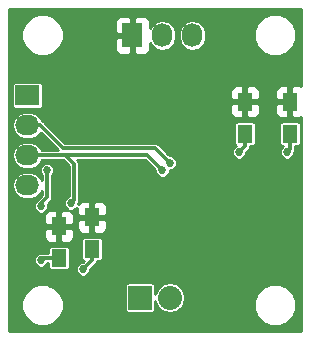
<source format=gbl>
G04 #@! TF.FileFunction,Copper,L2,Bot,Signal*
%FSLAX46Y46*%
G04 Gerber Fmt 4.6, Leading zero omitted, Abs format (unit mm)*
G04 Created by KiCad (PCBNEW 0.201509151501+6198~30~ubuntu14.04.1-product) date Sun 04 Oct 2015 11:46:26 PM EDT*
%MOMM*%
G01*
G04 APERTURE LIST*
%ADD10C,0.100000*%
%ADD11C,0.685800*%
%ADD12R,2.032000X1.727200*%
%ADD13O,2.032000X1.727200*%
%ADD14R,2.032000X2.032000*%
%ADD15O,2.032000X2.032000*%
%ADD16R,1.300000X1.500000*%
%ADD17R,1.727200X2.032000*%
%ADD18O,1.727200X2.032000*%
%ADD19C,0.304800*%
%ADD20C,0.254000*%
G04 APERTURE END LIST*
D10*
D11*
X160147000Y-132461000D03*
X158877000Y-132461000D03*
X157607000Y-132461000D03*
X160147000Y-131191000D03*
X158877000Y-131191000D03*
X157607000Y-131191000D03*
X160147000Y-129921000D03*
X158877000Y-129921000D03*
X157607000Y-129921000D03*
X160147000Y-128651000D03*
X158877000Y-128651000D03*
X157607000Y-128651000D03*
X176149000Y-118745000D03*
X173609000Y-118745000D03*
X167132000Y-127381000D03*
X167132000Y-131064000D03*
X161290000Y-126111000D03*
X171069000Y-131064000D03*
X169799000Y-131064000D03*
X168529000Y-131064000D03*
X174879000Y-118745000D03*
X167132000Y-125984000D03*
X167132000Y-128524000D03*
X167132000Y-129794000D03*
X161290000Y-127254000D03*
X171069000Y-129794000D03*
X169799000Y-129794000D03*
X168529000Y-129794000D03*
X173609000Y-120015000D03*
X162433000Y-127254000D03*
X161290000Y-124968000D03*
X162433000Y-126111000D03*
X162433000Y-124968000D03*
X171069000Y-128524000D03*
X169799000Y-128524000D03*
X168529000Y-128524000D03*
X174879000Y-120015000D03*
X176149000Y-127254000D03*
X174879000Y-127254000D03*
X173609000Y-127254000D03*
X172339000Y-127254000D03*
X171069000Y-127254000D03*
X169799000Y-127254000D03*
X168529000Y-127254000D03*
X176149000Y-120015000D03*
X176149000Y-125984000D03*
X174879000Y-125984000D03*
X173609000Y-125984000D03*
X172339000Y-125984000D03*
X171069000Y-125984000D03*
X169799000Y-125984000D03*
X168529000Y-125984000D03*
X176149000Y-121158000D03*
X176149000Y-124714000D03*
X174879000Y-124714000D03*
X173609000Y-124714000D03*
X172339000Y-124714000D03*
X171069000Y-124714000D03*
X169799000Y-124714000D03*
X168529000Y-124714000D03*
X174879000Y-121031000D03*
X176149000Y-123444000D03*
X174879000Y-123444000D03*
X173609000Y-123444000D03*
X172339000Y-123444000D03*
X171069000Y-123444000D03*
X169799000Y-123444000D03*
X168529000Y-123444000D03*
X173609000Y-121031000D03*
X176149000Y-122174000D03*
X174879000Y-122174000D03*
X173609000Y-122174000D03*
X172339000Y-122174000D03*
X171069000Y-122174000D03*
X169799000Y-122174000D03*
X168529000Y-122174000D03*
X163957000Y-113030000D03*
X161290000Y-115570000D03*
X160020000Y-115570000D03*
X158750000Y-115570000D03*
X157480000Y-115570000D03*
X163957000Y-114046000D03*
X161290000Y-114300000D03*
X160020000Y-114300000D03*
X158750000Y-114300000D03*
X157480000Y-114300000D03*
X162560000Y-113030000D03*
X161290000Y-113030000D03*
X160020000Y-113030000D03*
X158750000Y-113030000D03*
X157480000Y-113030000D03*
X162560000Y-111760000D03*
X161290000Y-111760000D03*
X160020000Y-111760000D03*
X158750000Y-111760000D03*
X157480000Y-111760000D03*
X162560000Y-110490000D03*
X161290000Y-110490000D03*
X160020000Y-110490000D03*
X158750000Y-110490000D03*
D12*
X153289000Y-112776000D03*
D13*
X153289000Y-115316000D03*
X153289000Y-117856000D03*
X153289000Y-120396000D03*
D14*
X162814000Y-129921000D03*
D15*
X165354000Y-129921000D03*
D16*
X175514000Y-113331000D03*
X175514000Y-116031000D03*
X171704000Y-113331000D03*
X171704000Y-116031000D03*
X158750000Y-123110000D03*
X158750000Y-125810000D03*
X155956000Y-123872000D03*
X155956000Y-126572000D03*
D17*
X162179000Y-107696000D03*
D18*
X164719000Y-107696000D03*
X167259000Y-107696000D03*
D11*
X157480000Y-110490000D03*
X154432000Y-122174000D03*
X154940000Y-119126000D03*
X165354000Y-118491000D03*
X156972000Y-121920000D03*
X164719000Y-119126000D03*
X175260000Y-117602000D03*
X171196000Y-117602000D03*
X157988000Y-127508000D03*
X154432000Y-126746000D03*
D19*
X154432000Y-121920000D02*
X154432000Y-122174000D01*
X154940000Y-121412000D02*
X154432000Y-121920000D01*
X154940000Y-119126000D02*
X154940000Y-121412000D01*
X153289000Y-115316000D02*
X154381202Y-115316000D01*
X164084000Y-117221000D02*
X165354000Y-118491000D01*
X156286202Y-117221000D02*
X164084000Y-117221000D01*
X154381202Y-115316000D02*
X156286202Y-117221000D01*
X156464000Y-117856000D02*
X157226000Y-118618000D01*
X157226000Y-121666000D02*
X156972000Y-121920000D01*
X157226000Y-118618000D02*
X157226000Y-121666000D01*
X153289000Y-117856000D02*
X156464000Y-117856000D01*
X156464000Y-117856000D02*
X163449000Y-117856000D01*
X163449000Y-117856000D02*
X164719000Y-119126000D01*
X175514000Y-117348000D02*
X175514000Y-116031000D01*
X175260000Y-117602000D02*
X175514000Y-117348000D01*
X171704000Y-117094000D02*
X171704000Y-116031000D01*
X171196000Y-117602000D02*
X171704000Y-117094000D01*
X158750000Y-126746000D02*
X158750000Y-125810000D01*
X157988000Y-127508000D02*
X158750000Y-126746000D01*
X154606000Y-126572000D02*
X155956000Y-126572000D01*
X154432000Y-126746000D02*
X154606000Y-126572000D01*
D20*
G36*
X176454600Y-112014051D02*
X176290310Y-111946000D01*
X175799750Y-111946000D01*
X175641000Y-112104750D01*
X175641000Y-113204000D01*
X175661000Y-113204000D01*
X175661000Y-113458000D01*
X175641000Y-113458000D01*
X175641000Y-114557250D01*
X175799750Y-114716000D01*
X176290310Y-114716000D01*
X176454600Y-114647949D01*
X176454600Y-132766600D01*
X151713400Y-132766600D01*
X151713400Y-130908392D01*
X152779291Y-130908392D01*
X153049618Y-131562633D01*
X153549735Y-132063623D01*
X154203503Y-132335091D01*
X154911392Y-132335709D01*
X155565633Y-132065382D01*
X156066623Y-131565265D01*
X156338091Y-130911497D01*
X156338709Y-130203608D01*
X156068382Y-129549367D01*
X155568265Y-129048377D01*
X155222975Y-128905000D01*
X161513127Y-128905000D01*
X161513127Y-130937000D01*
X161532609Y-131040539D01*
X161593801Y-131135634D01*
X161687168Y-131199429D01*
X161798000Y-131221873D01*
X163830000Y-131221873D01*
X163933539Y-131202391D01*
X164028634Y-131141199D01*
X164092429Y-131047832D01*
X164114873Y-130937000D01*
X164114873Y-130229283D01*
X164157206Y-130442106D01*
X164438014Y-130862364D01*
X164858272Y-131143172D01*
X165354000Y-131241778D01*
X165849728Y-131143172D01*
X166201100Y-130908392D01*
X172464291Y-130908392D01*
X172734618Y-131562633D01*
X173234735Y-132063623D01*
X173888503Y-132335091D01*
X174596392Y-132335709D01*
X175250633Y-132065382D01*
X175751623Y-131565265D01*
X176023091Y-130911497D01*
X176023709Y-130203608D01*
X175753382Y-129549367D01*
X175253265Y-129048377D01*
X174599497Y-128776909D01*
X173891608Y-128776291D01*
X173237367Y-129046618D01*
X172736377Y-129546735D01*
X172464909Y-130200503D01*
X172464291Y-130908392D01*
X166201100Y-130908392D01*
X166269986Y-130862364D01*
X166550794Y-130442106D01*
X166649400Y-129946378D01*
X166649400Y-129895622D01*
X166550794Y-129399894D01*
X166269986Y-128979636D01*
X165849728Y-128698828D01*
X165354000Y-128600222D01*
X164858272Y-128698828D01*
X164438014Y-128979636D01*
X164157206Y-129399894D01*
X164114873Y-129612717D01*
X164114873Y-128905000D01*
X164095391Y-128801461D01*
X164034199Y-128706366D01*
X163940832Y-128642571D01*
X163830000Y-128620127D01*
X161798000Y-128620127D01*
X161694461Y-128639609D01*
X161599366Y-128700801D01*
X161535571Y-128794168D01*
X161513127Y-128905000D01*
X155222975Y-128905000D01*
X154914497Y-128776909D01*
X154206608Y-128776291D01*
X153552367Y-129046618D01*
X153051377Y-129546735D01*
X152779909Y-130200503D01*
X152779291Y-130908392D01*
X151713400Y-130908392D01*
X151713400Y-127631240D01*
X157365592Y-127631240D01*
X157460132Y-127860044D01*
X157635035Y-128035253D01*
X157863674Y-128130192D01*
X158111240Y-128130408D01*
X158340044Y-128035868D01*
X158515253Y-127860965D01*
X158610192Y-127632326D01*
X158610311Y-127496347D01*
X159055329Y-127051329D01*
X159148931Y-126911243D01*
X159162133Y-126844873D01*
X159400000Y-126844873D01*
X159503539Y-126825391D01*
X159598634Y-126764199D01*
X159662429Y-126670832D01*
X159684873Y-126560000D01*
X159684873Y-125060000D01*
X159665391Y-124956461D01*
X159604199Y-124861366D01*
X159510832Y-124797571D01*
X159400000Y-124775127D01*
X158100000Y-124775127D01*
X157996461Y-124794609D01*
X157901366Y-124855801D01*
X157837571Y-124949168D01*
X157815127Y-125060000D01*
X157815127Y-126560000D01*
X157834609Y-126663539D01*
X157895801Y-126758634D01*
X157989168Y-126822429D01*
X158050494Y-126834848D01*
X157999632Y-126885710D01*
X157864760Y-126885592D01*
X157635956Y-126980132D01*
X157460747Y-127155035D01*
X157365808Y-127383674D01*
X157365592Y-127631240D01*
X151713400Y-127631240D01*
X151713400Y-126869240D01*
X153809592Y-126869240D01*
X153904132Y-127098044D01*
X154079035Y-127273253D01*
X154307674Y-127368192D01*
X154555240Y-127368408D01*
X154784044Y-127273868D01*
X154959253Y-127098965D01*
X154998769Y-127003800D01*
X155021127Y-127003800D01*
X155021127Y-127322000D01*
X155040609Y-127425539D01*
X155101801Y-127520634D01*
X155195168Y-127584429D01*
X155306000Y-127606873D01*
X156606000Y-127606873D01*
X156709539Y-127587391D01*
X156804634Y-127526199D01*
X156868429Y-127432832D01*
X156890873Y-127322000D01*
X156890873Y-125822000D01*
X156871391Y-125718461D01*
X156810199Y-125623366D01*
X156716832Y-125559571D01*
X156606000Y-125537127D01*
X155306000Y-125537127D01*
X155202461Y-125556609D01*
X155107366Y-125617801D01*
X155043571Y-125711168D01*
X155021127Y-125822000D01*
X155021127Y-126140200D01*
X154606000Y-126140200D01*
X154599105Y-126141571D01*
X154556326Y-126123808D01*
X154308760Y-126123592D01*
X154079956Y-126218132D01*
X153904747Y-126393035D01*
X153809808Y-126621674D01*
X153809592Y-126869240D01*
X151713400Y-126869240D01*
X151713400Y-124157750D01*
X154671000Y-124157750D01*
X154671000Y-124748309D01*
X154767673Y-124981698D01*
X154946301Y-125160327D01*
X155179690Y-125257000D01*
X155670250Y-125257000D01*
X155829000Y-125098250D01*
X155829000Y-123999000D01*
X156083000Y-123999000D01*
X156083000Y-125098250D01*
X156241750Y-125257000D01*
X156732310Y-125257000D01*
X156965699Y-125160327D01*
X157144327Y-124981698D01*
X157241000Y-124748309D01*
X157241000Y-124157750D01*
X157082250Y-123999000D01*
X156083000Y-123999000D01*
X155829000Y-123999000D01*
X154829750Y-123999000D01*
X154671000Y-124157750D01*
X151713400Y-124157750D01*
X151713400Y-122995691D01*
X154671000Y-122995691D01*
X154671000Y-123586250D01*
X154829750Y-123745000D01*
X155829000Y-123745000D01*
X155829000Y-122645750D01*
X155670250Y-122487000D01*
X155179690Y-122487000D01*
X154946301Y-122583673D01*
X154767673Y-122762302D01*
X154671000Y-122995691D01*
X151713400Y-122995691D01*
X151713400Y-120396000D01*
X151968222Y-120396000D01*
X152055228Y-120833407D01*
X152302999Y-121204223D01*
X152673815Y-121451994D01*
X153111222Y-121539000D01*
X153466778Y-121539000D01*
X153904185Y-121451994D01*
X154275001Y-121204223D01*
X154508200Y-120855216D01*
X154508200Y-121233143D01*
X154126671Y-121614671D01*
X154115448Y-121631467D01*
X154079956Y-121646132D01*
X153904747Y-121821035D01*
X153809808Y-122049674D01*
X153809592Y-122297240D01*
X153904132Y-122526044D01*
X154079035Y-122701253D01*
X154307674Y-122796192D01*
X154555240Y-122796408D01*
X154784044Y-122701868D01*
X154959253Y-122526965D01*
X155054192Y-122298326D01*
X155054408Y-122050760D01*
X155012740Y-121949917D01*
X155245326Y-121717331D01*
X155245329Y-121717329D01*
X155338931Y-121577243D01*
X155371800Y-121412000D01*
X155371800Y-119574251D01*
X155467253Y-119478965D01*
X155562192Y-119250326D01*
X155562408Y-119002760D01*
X155467868Y-118773956D01*
X155292965Y-118598747D01*
X155064326Y-118503808D01*
X154816760Y-118503592D01*
X154587956Y-118598132D01*
X154412747Y-118773035D01*
X154317808Y-119001674D01*
X154317592Y-119249240D01*
X154412132Y-119478044D01*
X154508200Y-119574280D01*
X154508200Y-119936784D01*
X154275001Y-119587777D01*
X153904185Y-119340006D01*
X153466778Y-119253000D01*
X153111222Y-119253000D01*
X152673815Y-119340006D01*
X152302999Y-119587777D01*
X152055228Y-119958593D01*
X151968222Y-120396000D01*
X151713400Y-120396000D01*
X151713400Y-115316000D01*
X151968222Y-115316000D01*
X152055228Y-115753407D01*
X152302999Y-116124223D01*
X152673815Y-116371994D01*
X153111222Y-116459000D01*
X153466778Y-116459000D01*
X153904185Y-116371994D01*
X154275001Y-116124223D01*
X154396672Y-115942128D01*
X155878744Y-117424200D01*
X154523887Y-117424200D01*
X154522772Y-117418593D01*
X154275001Y-117047777D01*
X153904185Y-116800006D01*
X153466778Y-116713000D01*
X153111222Y-116713000D01*
X152673815Y-116800006D01*
X152302999Y-117047777D01*
X152055228Y-117418593D01*
X151968222Y-117856000D01*
X152055228Y-118293407D01*
X152302999Y-118664223D01*
X152673815Y-118911994D01*
X153111222Y-118999000D01*
X153466778Y-118999000D01*
X153904185Y-118911994D01*
X154275001Y-118664223D01*
X154522772Y-118293407D01*
X154523887Y-118287800D01*
X156285142Y-118287800D01*
X156794200Y-118796858D01*
X156794200Y-121320136D01*
X156619956Y-121392132D01*
X156444747Y-121567035D01*
X156349808Y-121795674D01*
X156349592Y-122043240D01*
X156444132Y-122272044D01*
X156619035Y-122447253D01*
X156714757Y-122487000D01*
X156241750Y-122487000D01*
X156083000Y-122645750D01*
X156083000Y-123745000D01*
X157082250Y-123745000D01*
X157241000Y-123586250D01*
X157241000Y-123395750D01*
X157465000Y-123395750D01*
X157465000Y-123986309D01*
X157561673Y-124219698D01*
X157740301Y-124398327D01*
X157973690Y-124495000D01*
X158464250Y-124495000D01*
X158623000Y-124336250D01*
X158623000Y-123237000D01*
X158877000Y-123237000D01*
X158877000Y-124336250D01*
X159035750Y-124495000D01*
X159526310Y-124495000D01*
X159759699Y-124398327D01*
X159938327Y-124219698D01*
X160035000Y-123986309D01*
X160035000Y-123395750D01*
X159876250Y-123237000D01*
X158877000Y-123237000D01*
X158623000Y-123237000D01*
X157623750Y-123237000D01*
X157465000Y-123395750D01*
X157241000Y-123395750D01*
X157241000Y-122995691D01*
X157144327Y-122762302D01*
X156965699Y-122583673D01*
X156865593Y-122542208D01*
X157095240Y-122542408D01*
X157324044Y-122447868D01*
X157465000Y-122307158D01*
X157465000Y-122824250D01*
X157623750Y-122983000D01*
X158623000Y-122983000D01*
X158623000Y-121883750D01*
X158877000Y-121883750D01*
X158877000Y-122983000D01*
X159876250Y-122983000D01*
X160035000Y-122824250D01*
X160035000Y-122233691D01*
X159938327Y-122000302D01*
X159759699Y-121821673D01*
X159526310Y-121725000D01*
X159035750Y-121725000D01*
X158877000Y-121883750D01*
X158623000Y-121883750D01*
X158464250Y-121725000D01*
X157973690Y-121725000D01*
X157740301Y-121821673D01*
X157594259Y-121967716D01*
X157594338Y-121877029D01*
X157624931Y-121831243D01*
X157657800Y-121666000D01*
X157657800Y-118618005D01*
X157657801Y-118618000D01*
X157624931Y-118452758D01*
X157624931Y-118452757D01*
X157531329Y-118312671D01*
X157506458Y-118287800D01*
X163270142Y-118287800D01*
X164096710Y-119114368D01*
X164096592Y-119249240D01*
X164191132Y-119478044D01*
X164366035Y-119653253D01*
X164594674Y-119748192D01*
X164842240Y-119748408D01*
X165071044Y-119653868D01*
X165246253Y-119478965D01*
X165341192Y-119250326D01*
X165341312Y-119113289D01*
X165477240Y-119113408D01*
X165706044Y-119018868D01*
X165881253Y-118843965D01*
X165976192Y-118615326D01*
X165976408Y-118367760D01*
X165881868Y-118138956D01*
X165706965Y-117963747D01*
X165478326Y-117868808D01*
X165342347Y-117868689D01*
X165198898Y-117725240D01*
X170573592Y-117725240D01*
X170668132Y-117954044D01*
X170843035Y-118129253D01*
X171071674Y-118224192D01*
X171319240Y-118224408D01*
X171548044Y-118129868D01*
X171723253Y-117954965D01*
X171818192Y-117726326D01*
X171818311Y-117590347D01*
X172009326Y-117399331D01*
X172009329Y-117399329D01*
X172102931Y-117259243D01*
X172135800Y-117094000D01*
X172135800Y-117065873D01*
X172354000Y-117065873D01*
X172457539Y-117046391D01*
X172552634Y-116985199D01*
X172616429Y-116891832D01*
X172638873Y-116781000D01*
X172638873Y-115281000D01*
X174579127Y-115281000D01*
X174579127Y-116781000D01*
X174598609Y-116884539D01*
X174659801Y-116979634D01*
X174753168Y-117043429D01*
X174864000Y-117065873D01*
X174927944Y-117065873D01*
X174907956Y-117074132D01*
X174732747Y-117249035D01*
X174637808Y-117477674D01*
X174637592Y-117725240D01*
X174732132Y-117954044D01*
X174907035Y-118129253D01*
X175135674Y-118224192D01*
X175383240Y-118224408D01*
X175612044Y-118129868D01*
X175787253Y-117954965D01*
X175882192Y-117726326D01*
X175882338Y-117559029D01*
X175912931Y-117513243D01*
X175945800Y-117348000D01*
X175945800Y-117065873D01*
X176164000Y-117065873D01*
X176267539Y-117046391D01*
X176362634Y-116985199D01*
X176426429Y-116891832D01*
X176448873Y-116781000D01*
X176448873Y-115281000D01*
X176429391Y-115177461D01*
X176368199Y-115082366D01*
X176274832Y-115018571D01*
X176164000Y-114996127D01*
X174864000Y-114996127D01*
X174760461Y-115015609D01*
X174665366Y-115076801D01*
X174601571Y-115170168D01*
X174579127Y-115281000D01*
X172638873Y-115281000D01*
X172619391Y-115177461D01*
X172558199Y-115082366D01*
X172464832Y-115018571D01*
X172354000Y-114996127D01*
X171054000Y-114996127D01*
X170950461Y-115015609D01*
X170855366Y-115076801D01*
X170791571Y-115170168D01*
X170769127Y-115281000D01*
X170769127Y-116781000D01*
X170788609Y-116884539D01*
X170849801Y-116979634D01*
X170933783Y-117037016D01*
X170843956Y-117074132D01*
X170668747Y-117249035D01*
X170573808Y-117477674D01*
X170573592Y-117725240D01*
X165198898Y-117725240D01*
X164389329Y-116915671D01*
X164342736Y-116884539D01*
X164249243Y-116822069D01*
X164084000Y-116789200D01*
X156465060Y-116789200D01*
X154686531Y-115010671D01*
X154664764Y-114996127D01*
X154546445Y-114917069D01*
X154529765Y-114913751D01*
X154522772Y-114878593D01*
X154275001Y-114507777D01*
X153904185Y-114260006D01*
X153466778Y-114173000D01*
X153111222Y-114173000D01*
X152673815Y-114260006D01*
X152302999Y-114507777D01*
X152055228Y-114878593D01*
X151968222Y-115316000D01*
X151713400Y-115316000D01*
X151713400Y-111912400D01*
X151988127Y-111912400D01*
X151988127Y-113639600D01*
X152007609Y-113743139D01*
X152068801Y-113838234D01*
X152162168Y-113902029D01*
X152273000Y-113924473D01*
X154305000Y-113924473D01*
X154408539Y-113904991D01*
X154503634Y-113843799D01*
X154567429Y-113750432D01*
X154589873Y-113639600D01*
X154589873Y-113616750D01*
X170419000Y-113616750D01*
X170419000Y-114207309D01*
X170515673Y-114440698D01*
X170694301Y-114619327D01*
X170927690Y-114716000D01*
X171418250Y-114716000D01*
X171577000Y-114557250D01*
X171577000Y-113458000D01*
X171831000Y-113458000D01*
X171831000Y-114557250D01*
X171989750Y-114716000D01*
X172480310Y-114716000D01*
X172713699Y-114619327D01*
X172892327Y-114440698D01*
X172989000Y-114207309D01*
X172989000Y-113616750D01*
X174229000Y-113616750D01*
X174229000Y-114207309D01*
X174325673Y-114440698D01*
X174504301Y-114619327D01*
X174737690Y-114716000D01*
X175228250Y-114716000D01*
X175387000Y-114557250D01*
X175387000Y-113458000D01*
X174387750Y-113458000D01*
X174229000Y-113616750D01*
X172989000Y-113616750D01*
X172830250Y-113458000D01*
X171831000Y-113458000D01*
X171577000Y-113458000D01*
X170577750Y-113458000D01*
X170419000Y-113616750D01*
X154589873Y-113616750D01*
X154589873Y-112454691D01*
X170419000Y-112454691D01*
X170419000Y-113045250D01*
X170577750Y-113204000D01*
X171577000Y-113204000D01*
X171577000Y-112104750D01*
X171831000Y-112104750D01*
X171831000Y-113204000D01*
X172830250Y-113204000D01*
X172989000Y-113045250D01*
X172989000Y-112454691D01*
X174229000Y-112454691D01*
X174229000Y-113045250D01*
X174387750Y-113204000D01*
X175387000Y-113204000D01*
X175387000Y-112104750D01*
X175228250Y-111946000D01*
X174737690Y-111946000D01*
X174504301Y-112042673D01*
X174325673Y-112221302D01*
X174229000Y-112454691D01*
X172989000Y-112454691D01*
X172892327Y-112221302D01*
X172713699Y-112042673D01*
X172480310Y-111946000D01*
X171989750Y-111946000D01*
X171831000Y-112104750D01*
X171577000Y-112104750D01*
X171418250Y-111946000D01*
X170927690Y-111946000D01*
X170694301Y-112042673D01*
X170515673Y-112221302D01*
X170419000Y-112454691D01*
X154589873Y-112454691D01*
X154589873Y-111912400D01*
X154570391Y-111808861D01*
X154509199Y-111713766D01*
X154415832Y-111649971D01*
X154305000Y-111627527D01*
X152273000Y-111627527D01*
X152169461Y-111647009D01*
X152074366Y-111708201D01*
X152010571Y-111801568D01*
X151988127Y-111912400D01*
X151713400Y-111912400D01*
X151713400Y-108048392D01*
X152779291Y-108048392D01*
X153049618Y-108702633D01*
X153549735Y-109203623D01*
X154203503Y-109475091D01*
X154911392Y-109475709D01*
X155565633Y-109205382D01*
X156066623Y-108705265D01*
X156338091Y-108051497D01*
X156338151Y-107981750D01*
X160680400Y-107981750D01*
X160680400Y-108838309D01*
X160777073Y-109071698D01*
X160955701Y-109250327D01*
X161189090Y-109347000D01*
X161893250Y-109347000D01*
X162052000Y-109188250D01*
X162052000Y-107823000D01*
X160839150Y-107823000D01*
X160680400Y-107981750D01*
X156338151Y-107981750D01*
X156338709Y-107343608D01*
X156068382Y-106689367D01*
X155932943Y-106553691D01*
X160680400Y-106553691D01*
X160680400Y-107410250D01*
X160839150Y-107569000D01*
X162052000Y-107569000D01*
X162052000Y-106203750D01*
X162306000Y-106203750D01*
X162306000Y-107569000D01*
X162326000Y-107569000D01*
X162326000Y-107823000D01*
X162306000Y-107823000D01*
X162306000Y-109188250D01*
X162464750Y-109347000D01*
X163168910Y-109347000D01*
X163402299Y-109250327D01*
X163580927Y-109071698D01*
X163677600Y-108838309D01*
X163677600Y-108333026D01*
X163910777Y-108682001D01*
X164281593Y-108929772D01*
X164719000Y-109016778D01*
X165156407Y-108929772D01*
X165527223Y-108682001D01*
X165774994Y-108311185D01*
X165862000Y-107873778D01*
X165862000Y-107518222D01*
X166116000Y-107518222D01*
X166116000Y-107873778D01*
X166203006Y-108311185D01*
X166450777Y-108682001D01*
X166821593Y-108929772D01*
X167259000Y-109016778D01*
X167696407Y-108929772D01*
X168067223Y-108682001D01*
X168314994Y-108311185D01*
X168367266Y-108048392D01*
X172464291Y-108048392D01*
X172734618Y-108702633D01*
X173234735Y-109203623D01*
X173888503Y-109475091D01*
X174596392Y-109475709D01*
X175250633Y-109205382D01*
X175751623Y-108705265D01*
X176023091Y-108051497D01*
X176023709Y-107343608D01*
X175753382Y-106689367D01*
X175253265Y-106188377D01*
X174599497Y-105916909D01*
X173891608Y-105916291D01*
X173237367Y-106186618D01*
X172736377Y-106686735D01*
X172464909Y-107340503D01*
X172464291Y-108048392D01*
X168367266Y-108048392D01*
X168402000Y-107873778D01*
X168402000Y-107518222D01*
X168314994Y-107080815D01*
X168067223Y-106709999D01*
X167696407Y-106462228D01*
X167259000Y-106375222D01*
X166821593Y-106462228D01*
X166450777Y-106709999D01*
X166203006Y-107080815D01*
X166116000Y-107518222D01*
X165862000Y-107518222D01*
X165774994Y-107080815D01*
X165527223Y-106709999D01*
X165156407Y-106462228D01*
X164719000Y-106375222D01*
X164281593Y-106462228D01*
X163910777Y-106709999D01*
X163677600Y-107058974D01*
X163677600Y-106553691D01*
X163580927Y-106320302D01*
X163402299Y-106141673D01*
X163168910Y-106045000D01*
X162464750Y-106045000D01*
X162306000Y-106203750D01*
X162052000Y-106203750D01*
X161893250Y-106045000D01*
X161189090Y-106045000D01*
X160955701Y-106141673D01*
X160777073Y-106320302D01*
X160680400Y-106553691D01*
X155932943Y-106553691D01*
X155568265Y-106188377D01*
X154914497Y-105916909D01*
X154206608Y-105916291D01*
X153552367Y-106186618D01*
X153051377Y-106686735D01*
X152779909Y-107340503D01*
X152779291Y-108048392D01*
X151713400Y-108048392D01*
X151713400Y-105485400D01*
X176454600Y-105485400D01*
X176454600Y-112014051D01*
X176454600Y-112014051D01*
G37*
X176454600Y-112014051D02*
X176290310Y-111946000D01*
X175799750Y-111946000D01*
X175641000Y-112104750D01*
X175641000Y-113204000D01*
X175661000Y-113204000D01*
X175661000Y-113458000D01*
X175641000Y-113458000D01*
X175641000Y-114557250D01*
X175799750Y-114716000D01*
X176290310Y-114716000D01*
X176454600Y-114647949D01*
X176454600Y-132766600D01*
X151713400Y-132766600D01*
X151713400Y-130908392D01*
X152779291Y-130908392D01*
X153049618Y-131562633D01*
X153549735Y-132063623D01*
X154203503Y-132335091D01*
X154911392Y-132335709D01*
X155565633Y-132065382D01*
X156066623Y-131565265D01*
X156338091Y-130911497D01*
X156338709Y-130203608D01*
X156068382Y-129549367D01*
X155568265Y-129048377D01*
X155222975Y-128905000D01*
X161513127Y-128905000D01*
X161513127Y-130937000D01*
X161532609Y-131040539D01*
X161593801Y-131135634D01*
X161687168Y-131199429D01*
X161798000Y-131221873D01*
X163830000Y-131221873D01*
X163933539Y-131202391D01*
X164028634Y-131141199D01*
X164092429Y-131047832D01*
X164114873Y-130937000D01*
X164114873Y-130229283D01*
X164157206Y-130442106D01*
X164438014Y-130862364D01*
X164858272Y-131143172D01*
X165354000Y-131241778D01*
X165849728Y-131143172D01*
X166201100Y-130908392D01*
X172464291Y-130908392D01*
X172734618Y-131562633D01*
X173234735Y-132063623D01*
X173888503Y-132335091D01*
X174596392Y-132335709D01*
X175250633Y-132065382D01*
X175751623Y-131565265D01*
X176023091Y-130911497D01*
X176023709Y-130203608D01*
X175753382Y-129549367D01*
X175253265Y-129048377D01*
X174599497Y-128776909D01*
X173891608Y-128776291D01*
X173237367Y-129046618D01*
X172736377Y-129546735D01*
X172464909Y-130200503D01*
X172464291Y-130908392D01*
X166201100Y-130908392D01*
X166269986Y-130862364D01*
X166550794Y-130442106D01*
X166649400Y-129946378D01*
X166649400Y-129895622D01*
X166550794Y-129399894D01*
X166269986Y-128979636D01*
X165849728Y-128698828D01*
X165354000Y-128600222D01*
X164858272Y-128698828D01*
X164438014Y-128979636D01*
X164157206Y-129399894D01*
X164114873Y-129612717D01*
X164114873Y-128905000D01*
X164095391Y-128801461D01*
X164034199Y-128706366D01*
X163940832Y-128642571D01*
X163830000Y-128620127D01*
X161798000Y-128620127D01*
X161694461Y-128639609D01*
X161599366Y-128700801D01*
X161535571Y-128794168D01*
X161513127Y-128905000D01*
X155222975Y-128905000D01*
X154914497Y-128776909D01*
X154206608Y-128776291D01*
X153552367Y-129046618D01*
X153051377Y-129546735D01*
X152779909Y-130200503D01*
X152779291Y-130908392D01*
X151713400Y-130908392D01*
X151713400Y-127631240D01*
X157365592Y-127631240D01*
X157460132Y-127860044D01*
X157635035Y-128035253D01*
X157863674Y-128130192D01*
X158111240Y-128130408D01*
X158340044Y-128035868D01*
X158515253Y-127860965D01*
X158610192Y-127632326D01*
X158610311Y-127496347D01*
X159055329Y-127051329D01*
X159148931Y-126911243D01*
X159162133Y-126844873D01*
X159400000Y-126844873D01*
X159503539Y-126825391D01*
X159598634Y-126764199D01*
X159662429Y-126670832D01*
X159684873Y-126560000D01*
X159684873Y-125060000D01*
X159665391Y-124956461D01*
X159604199Y-124861366D01*
X159510832Y-124797571D01*
X159400000Y-124775127D01*
X158100000Y-124775127D01*
X157996461Y-124794609D01*
X157901366Y-124855801D01*
X157837571Y-124949168D01*
X157815127Y-125060000D01*
X157815127Y-126560000D01*
X157834609Y-126663539D01*
X157895801Y-126758634D01*
X157989168Y-126822429D01*
X158050494Y-126834848D01*
X157999632Y-126885710D01*
X157864760Y-126885592D01*
X157635956Y-126980132D01*
X157460747Y-127155035D01*
X157365808Y-127383674D01*
X157365592Y-127631240D01*
X151713400Y-127631240D01*
X151713400Y-126869240D01*
X153809592Y-126869240D01*
X153904132Y-127098044D01*
X154079035Y-127273253D01*
X154307674Y-127368192D01*
X154555240Y-127368408D01*
X154784044Y-127273868D01*
X154959253Y-127098965D01*
X154998769Y-127003800D01*
X155021127Y-127003800D01*
X155021127Y-127322000D01*
X155040609Y-127425539D01*
X155101801Y-127520634D01*
X155195168Y-127584429D01*
X155306000Y-127606873D01*
X156606000Y-127606873D01*
X156709539Y-127587391D01*
X156804634Y-127526199D01*
X156868429Y-127432832D01*
X156890873Y-127322000D01*
X156890873Y-125822000D01*
X156871391Y-125718461D01*
X156810199Y-125623366D01*
X156716832Y-125559571D01*
X156606000Y-125537127D01*
X155306000Y-125537127D01*
X155202461Y-125556609D01*
X155107366Y-125617801D01*
X155043571Y-125711168D01*
X155021127Y-125822000D01*
X155021127Y-126140200D01*
X154606000Y-126140200D01*
X154599105Y-126141571D01*
X154556326Y-126123808D01*
X154308760Y-126123592D01*
X154079956Y-126218132D01*
X153904747Y-126393035D01*
X153809808Y-126621674D01*
X153809592Y-126869240D01*
X151713400Y-126869240D01*
X151713400Y-124157750D01*
X154671000Y-124157750D01*
X154671000Y-124748309D01*
X154767673Y-124981698D01*
X154946301Y-125160327D01*
X155179690Y-125257000D01*
X155670250Y-125257000D01*
X155829000Y-125098250D01*
X155829000Y-123999000D01*
X156083000Y-123999000D01*
X156083000Y-125098250D01*
X156241750Y-125257000D01*
X156732310Y-125257000D01*
X156965699Y-125160327D01*
X157144327Y-124981698D01*
X157241000Y-124748309D01*
X157241000Y-124157750D01*
X157082250Y-123999000D01*
X156083000Y-123999000D01*
X155829000Y-123999000D01*
X154829750Y-123999000D01*
X154671000Y-124157750D01*
X151713400Y-124157750D01*
X151713400Y-122995691D01*
X154671000Y-122995691D01*
X154671000Y-123586250D01*
X154829750Y-123745000D01*
X155829000Y-123745000D01*
X155829000Y-122645750D01*
X155670250Y-122487000D01*
X155179690Y-122487000D01*
X154946301Y-122583673D01*
X154767673Y-122762302D01*
X154671000Y-122995691D01*
X151713400Y-122995691D01*
X151713400Y-120396000D01*
X151968222Y-120396000D01*
X152055228Y-120833407D01*
X152302999Y-121204223D01*
X152673815Y-121451994D01*
X153111222Y-121539000D01*
X153466778Y-121539000D01*
X153904185Y-121451994D01*
X154275001Y-121204223D01*
X154508200Y-120855216D01*
X154508200Y-121233143D01*
X154126671Y-121614671D01*
X154115448Y-121631467D01*
X154079956Y-121646132D01*
X153904747Y-121821035D01*
X153809808Y-122049674D01*
X153809592Y-122297240D01*
X153904132Y-122526044D01*
X154079035Y-122701253D01*
X154307674Y-122796192D01*
X154555240Y-122796408D01*
X154784044Y-122701868D01*
X154959253Y-122526965D01*
X155054192Y-122298326D01*
X155054408Y-122050760D01*
X155012740Y-121949917D01*
X155245326Y-121717331D01*
X155245329Y-121717329D01*
X155338931Y-121577243D01*
X155371800Y-121412000D01*
X155371800Y-119574251D01*
X155467253Y-119478965D01*
X155562192Y-119250326D01*
X155562408Y-119002760D01*
X155467868Y-118773956D01*
X155292965Y-118598747D01*
X155064326Y-118503808D01*
X154816760Y-118503592D01*
X154587956Y-118598132D01*
X154412747Y-118773035D01*
X154317808Y-119001674D01*
X154317592Y-119249240D01*
X154412132Y-119478044D01*
X154508200Y-119574280D01*
X154508200Y-119936784D01*
X154275001Y-119587777D01*
X153904185Y-119340006D01*
X153466778Y-119253000D01*
X153111222Y-119253000D01*
X152673815Y-119340006D01*
X152302999Y-119587777D01*
X152055228Y-119958593D01*
X151968222Y-120396000D01*
X151713400Y-120396000D01*
X151713400Y-115316000D01*
X151968222Y-115316000D01*
X152055228Y-115753407D01*
X152302999Y-116124223D01*
X152673815Y-116371994D01*
X153111222Y-116459000D01*
X153466778Y-116459000D01*
X153904185Y-116371994D01*
X154275001Y-116124223D01*
X154396672Y-115942128D01*
X155878744Y-117424200D01*
X154523887Y-117424200D01*
X154522772Y-117418593D01*
X154275001Y-117047777D01*
X153904185Y-116800006D01*
X153466778Y-116713000D01*
X153111222Y-116713000D01*
X152673815Y-116800006D01*
X152302999Y-117047777D01*
X152055228Y-117418593D01*
X151968222Y-117856000D01*
X152055228Y-118293407D01*
X152302999Y-118664223D01*
X152673815Y-118911994D01*
X153111222Y-118999000D01*
X153466778Y-118999000D01*
X153904185Y-118911994D01*
X154275001Y-118664223D01*
X154522772Y-118293407D01*
X154523887Y-118287800D01*
X156285142Y-118287800D01*
X156794200Y-118796858D01*
X156794200Y-121320136D01*
X156619956Y-121392132D01*
X156444747Y-121567035D01*
X156349808Y-121795674D01*
X156349592Y-122043240D01*
X156444132Y-122272044D01*
X156619035Y-122447253D01*
X156714757Y-122487000D01*
X156241750Y-122487000D01*
X156083000Y-122645750D01*
X156083000Y-123745000D01*
X157082250Y-123745000D01*
X157241000Y-123586250D01*
X157241000Y-123395750D01*
X157465000Y-123395750D01*
X157465000Y-123986309D01*
X157561673Y-124219698D01*
X157740301Y-124398327D01*
X157973690Y-124495000D01*
X158464250Y-124495000D01*
X158623000Y-124336250D01*
X158623000Y-123237000D01*
X158877000Y-123237000D01*
X158877000Y-124336250D01*
X159035750Y-124495000D01*
X159526310Y-124495000D01*
X159759699Y-124398327D01*
X159938327Y-124219698D01*
X160035000Y-123986309D01*
X160035000Y-123395750D01*
X159876250Y-123237000D01*
X158877000Y-123237000D01*
X158623000Y-123237000D01*
X157623750Y-123237000D01*
X157465000Y-123395750D01*
X157241000Y-123395750D01*
X157241000Y-122995691D01*
X157144327Y-122762302D01*
X156965699Y-122583673D01*
X156865593Y-122542208D01*
X157095240Y-122542408D01*
X157324044Y-122447868D01*
X157465000Y-122307158D01*
X157465000Y-122824250D01*
X157623750Y-122983000D01*
X158623000Y-122983000D01*
X158623000Y-121883750D01*
X158877000Y-121883750D01*
X158877000Y-122983000D01*
X159876250Y-122983000D01*
X160035000Y-122824250D01*
X160035000Y-122233691D01*
X159938327Y-122000302D01*
X159759699Y-121821673D01*
X159526310Y-121725000D01*
X159035750Y-121725000D01*
X158877000Y-121883750D01*
X158623000Y-121883750D01*
X158464250Y-121725000D01*
X157973690Y-121725000D01*
X157740301Y-121821673D01*
X157594259Y-121967716D01*
X157594338Y-121877029D01*
X157624931Y-121831243D01*
X157657800Y-121666000D01*
X157657800Y-118618005D01*
X157657801Y-118618000D01*
X157624931Y-118452758D01*
X157624931Y-118452757D01*
X157531329Y-118312671D01*
X157506458Y-118287800D01*
X163270142Y-118287800D01*
X164096710Y-119114368D01*
X164096592Y-119249240D01*
X164191132Y-119478044D01*
X164366035Y-119653253D01*
X164594674Y-119748192D01*
X164842240Y-119748408D01*
X165071044Y-119653868D01*
X165246253Y-119478965D01*
X165341192Y-119250326D01*
X165341312Y-119113289D01*
X165477240Y-119113408D01*
X165706044Y-119018868D01*
X165881253Y-118843965D01*
X165976192Y-118615326D01*
X165976408Y-118367760D01*
X165881868Y-118138956D01*
X165706965Y-117963747D01*
X165478326Y-117868808D01*
X165342347Y-117868689D01*
X165198898Y-117725240D01*
X170573592Y-117725240D01*
X170668132Y-117954044D01*
X170843035Y-118129253D01*
X171071674Y-118224192D01*
X171319240Y-118224408D01*
X171548044Y-118129868D01*
X171723253Y-117954965D01*
X171818192Y-117726326D01*
X171818311Y-117590347D01*
X172009326Y-117399331D01*
X172009329Y-117399329D01*
X172102931Y-117259243D01*
X172135800Y-117094000D01*
X172135800Y-117065873D01*
X172354000Y-117065873D01*
X172457539Y-117046391D01*
X172552634Y-116985199D01*
X172616429Y-116891832D01*
X172638873Y-116781000D01*
X172638873Y-115281000D01*
X174579127Y-115281000D01*
X174579127Y-116781000D01*
X174598609Y-116884539D01*
X174659801Y-116979634D01*
X174753168Y-117043429D01*
X174864000Y-117065873D01*
X174927944Y-117065873D01*
X174907956Y-117074132D01*
X174732747Y-117249035D01*
X174637808Y-117477674D01*
X174637592Y-117725240D01*
X174732132Y-117954044D01*
X174907035Y-118129253D01*
X175135674Y-118224192D01*
X175383240Y-118224408D01*
X175612044Y-118129868D01*
X175787253Y-117954965D01*
X175882192Y-117726326D01*
X175882338Y-117559029D01*
X175912931Y-117513243D01*
X175945800Y-117348000D01*
X175945800Y-117065873D01*
X176164000Y-117065873D01*
X176267539Y-117046391D01*
X176362634Y-116985199D01*
X176426429Y-116891832D01*
X176448873Y-116781000D01*
X176448873Y-115281000D01*
X176429391Y-115177461D01*
X176368199Y-115082366D01*
X176274832Y-115018571D01*
X176164000Y-114996127D01*
X174864000Y-114996127D01*
X174760461Y-115015609D01*
X174665366Y-115076801D01*
X174601571Y-115170168D01*
X174579127Y-115281000D01*
X172638873Y-115281000D01*
X172619391Y-115177461D01*
X172558199Y-115082366D01*
X172464832Y-115018571D01*
X172354000Y-114996127D01*
X171054000Y-114996127D01*
X170950461Y-115015609D01*
X170855366Y-115076801D01*
X170791571Y-115170168D01*
X170769127Y-115281000D01*
X170769127Y-116781000D01*
X170788609Y-116884539D01*
X170849801Y-116979634D01*
X170933783Y-117037016D01*
X170843956Y-117074132D01*
X170668747Y-117249035D01*
X170573808Y-117477674D01*
X170573592Y-117725240D01*
X165198898Y-117725240D01*
X164389329Y-116915671D01*
X164342736Y-116884539D01*
X164249243Y-116822069D01*
X164084000Y-116789200D01*
X156465060Y-116789200D01*
X154686531Y-115010671D01*
X154664764Y-114996127D01*
X154546445Y-114917069D01*
X154529765Y-114913751D01*
X154522772Y-114878593D01*
X154275001Y-114507777D01*
X153904185Y-114260006D01*
X153466778Y-114173000D01*
X153111222Y-114173000D01*
X152673815Y-114260006D01*
X152302999Y-114507777D01*
X152055228Y-114878593D01*
X151968222Y-115316000D01*
X151713400Y-115316000D01*
X151713400Y-111912400D01*
X151988127Y-111912400D01*
X151988127Y-113639600D01*
X152007609Y-113743139D01*
X152068801Y-113838234D01*
X152162168Y-113902029D01*
X152273000Y-113924473D01*
X154305000Y-113924473D01*
X154408539Y-113904991D01*
X154503634Y-113843799D01*
X154567429Y-113750432D01*
X154589873Y-113639600D01*
X154589873Y-113616750D01*
X170419000Y-113616750D01*
X170419000Y-114207309D01*
X170515673Y-114440698D01*
X170694301Y-114619327D01*
X170927690Y-114716000D01*
X171418250Y-114716000D01*
X171577000Y-114557250D01*
X171577000Y-113458000D01*
X171831000Y-113458000D01*
X171831000Y-114557250D01*
X171989750Y-114716000D01*
X172480310Y-114716000D01*
X172713699Y-114619327D01*
X172892327Y-114440698D01*
X172989000Y-114207309D01*
X172989000Y-113616750D01*
X174229000Y-113616750D01*
X174229000Y-114207309D01*
X174325673Y-114440698D01*
X174504301Y-114619327D01*
X174737690Y-114716000D01*
X175228250Y-114716000D01*
X175387000Y-114557250D01*
X175387000Y-113458000D01*
X174387750Y-113458000D01*
X174229000Y-113616750D01*
X172989000Y-113616750D01*
X172830250Y-113458000D01*
X171831000Y-113458000D01*
X171577000Y-113458000D01*
X170577750Y-113458000D01*
X170419000Y-113616750D01*
X154589873Y-113616750D01*
X154589873Y-112454691D01*
X170419000Y-112454691D01*
X170419000Y-113045250D01*
X170577750Y-113204000D01*
X171577000Y-113204000D01*
X171577000Y-112104750D01*
X171831000Y-112104750D01*
X171831000Y-113204000D01*
X172830250Y-113204000D01*
X172989000Y-113045250D01*
X172989000Y-112454691D01*
X174229000Y-112454691D01*
X174229000Y-113045250D01*
X174387750Y-113204000D01*
X175387000Y-113204000D01*
X175387000Y-112104750D01*
X175228250Y-111946000D01*
X174737690Y-111946000D01*
X174504301Y-112042673D01*
X174325673Y-112221302D01*
X174229000Y-112454691D01*
X172989000Y-112454691D01*
X172892327Y-112221302D01*
X172713699Y-112042673D01*
X172480310Y-111946000D01*
X171989750Y-111946000D01*
X171831000Y-112104750D01*
X171577000Y-112104750D01*
X171418250Y-111946000D01*
X170927690Y-111946000D01*
X170694301Y-112042673D01*
X170515673Y-112221302D01*
X170419000Y-112454691D01*
X154589873Y-112454691D01*
X154589873Y-111912400D01*
X154570391Y-111808861D01*
X154509199Y-111713766D01*
X154415832Y-111649971D01*
X154305000Y-111627527D01*
X152273000Y-111627527D01*
X152169461Y-111647009D01*
X152074366Y-111708201D01*
X152010571Y-111801568D01*
X151988127Y-111912400D01*
X151713400Y-111912400D01*
X151713400Y-108048392D01*
X152779291Y-108048392D01*
X153049618Y-108702633D01*
X153549735Y-109203623D01*
X154203503Y-109475091D01*
X154911392Y-109475709D01*
X155565633Y-109205382D01*
X156066623Y-108705265D01*
X156338091Y-108051497D01*
X156338151Y-107981750D01*
X160680400Y-107981750D01*
X160680400Y-108838309D01*
X160777073Y-109071698D01*
X160955701Y-109250327D01*
X161189090Y-109347000D01*
X161893250Y-109347000D01*
X162052000Y-109188250D01*
X162052000Y-107823000D01*
X160839150Y-107823000D01*
X160680400Y-107981750D01*
X156338151Y-107981750D01*
X156338709Y-107343608D01*
X156068382Y-106689367D01*
X155932943Y-106553691D01*
X160680400Y-106553691D01*
X160680400Y-107410250D01*
X160839150Y-107569000D01*
X162052000Y-107569000D01*
X162052000Y-106203750D01*
X162306000Y-106203750D01*
X162306000Y-107569000D01*
X162326000Y-107569000D01*
X162326000Y-107823000D01*
X162306000Y-107823000D01*
X162306000Y-109188250D01*
X162464750Y-109347000D01*
X163168910Y-109347000D01*
X163402299Y-109250327D01*
X163580927Y-109071698D01*
X163677600Y-108838309D01*
X163677600Y-108333026D01*
X163910777Y-108682001D01*
X164281593Y-108929772D01*
X164719000Y-109016778D01*
X165156407Y-108929772D01*
X165527223Y-108682001D01*
X165774994Y-108311185D01*
X165862000Y-107873778D01*
X165862000Y-107518222D01*
X166116000Y-107518222D01*
X166116000Y-107873778D01*
X166203006Y-108311185D01*
X166450777Y-108682001D01*
X166821593Y-108929772D01*
X167259000Y-109016778D01*
X167696407Y-108929772D01*
X168067223Y-108682001D01*
X168314994Y-108311185D01*
X168367266Y-108048392D01*
X172464291Y-108048392D01*
X172734618Y-108702633D01*
X173234735Y-109203623D01*
X173888503Y-109475091D01*
X174596392Y-109475709D01*
X175250633Y-109205382D01*
X175751623Y-108705265D01*
X176023091Y-108051497D01*
X176023709Y-107343608D01*
X175753382Y-106689367D01*
X175253265Y-106188377D01*
X174599497Y-105916909D01*
X173891608Y-105916291D01*
X173237367Y-106186618D01*
X172736377Y-106686735D01*
X172464909Y-107340503D01*
X172464291Y-108048392D01*
X168367266Y-108048392D01*
X168402000Y-107873778D01*
X168402000Y-107518222D01*
X168314994Y-107080815D01*
X168067223Y-106709999D01*
X167696407Y-106462228D01*
X167259000Y-106375222D01*
X166821593Y-106462228D01*
X166450777Y-106709999D01*
X166203006Y-107080815D01*
X166116000Y-107518222D01*
X165862000Y-107518222D01*
X165774994Y-107080815D01*
X165527223Y-106709999D01*
X165156407Y-106462228D01*
X164719000Y-106375222D01*
X164281593Y-106462228D01*
X163910777Y-106709999D01*
X163677600Y-107058974D01*
X163677600Y-106553691D01*
X163580927Y-106320302D01*
X163402299Y-106141673D01*
X163168910Y-106045000D01*
X162464750Y-106045000D01*
X162306000Y-106203750D01*
X162052000Y-106203750D01*
X161893250Y-106045000D01*
X161189090Y-106045000D01*
X160955701Y-106141673D01*
X160777073Y-106320302D01*
X160680400Y-106553691D01*
X155932943Y-106553691D01*
X155568265Y-106188377D01*
X154914497Y-105916909D01*
X154206608Y-105916291D01*
X153552367Y-106186618D01*
X153051377Y-106686735D01*
X152779909Y-107340503D01*
X152779291Y-108048392D01*
X151713400Y-108048392D01*
X151713400Y-105485400D01*
X176454600Y-105485400D01*
X176454600Y-112014051D01*
M02*

</source>
